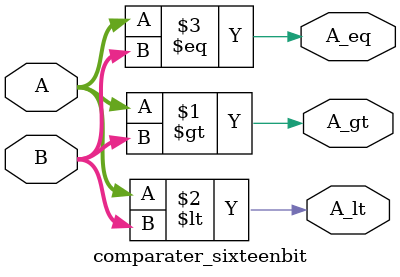
<source format=v>
`timescale 1ns / 1ps


module comparater_sixteenbit(A_gt,A_lt,A_eq,A,B);

input [15:0] A,B;
output A_gt,A_lt,A_eq;
assign A_gt=A>B;
assign A_lt=A<B;
assign A_eq=A==B;

endmodule

</source>
